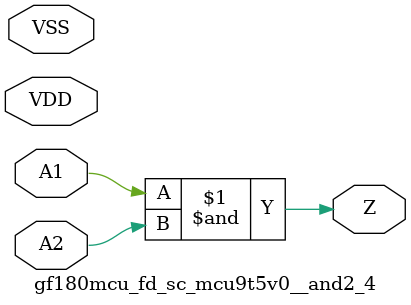
<source format=v>

module gf180mcu_fd_sc_mcu9t5v0__and2_4( A2, A1, Z, VDD, VSS );
input A1, A2;
inout VDD, VSS;
output Z;

	and MGM_BG_0( Z, A1, A2 );

endmodule

</source>
